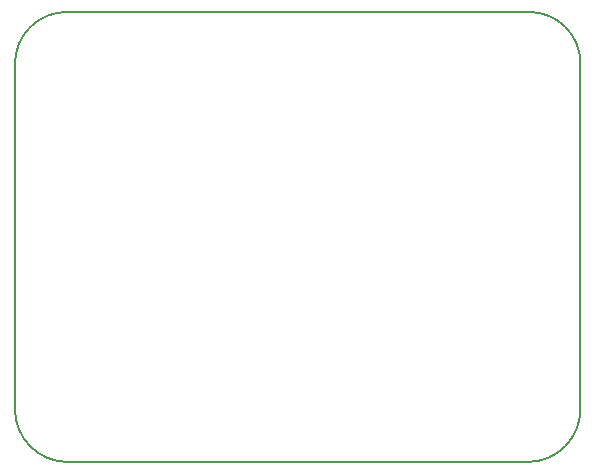
<source format=gko>
G04*
G04 #@! TF.GenerationSoftware,Altium Limited,Altium Designer,21.3.2 (30)*
G04*
G04 Layer_Color=16711935*
%FSTAX25Y25*%
%MOIN*%
G70*
G04*
G04 #@! TF.SameCoordinates,A5ECCF02-3B51-4883-8FBB-CF9BCB37C224*
G04*
G04*
G04 #@! TF.FilePolarity,Positive*
G04*
G01*
G75*
%ADD16C,0.00500*%
D16*
X02273Y042D02*
G03*
X021Y04027I0J-00173D01*
G01*
Y028758D02*
G03*
X022758Y027I001758J0D01*
G01*
X0380934D02*
G03*
X03985Y0287566I0J0017566D01*
G01*
Y0402929D02*
G03*
X0381429Y042I-0017071J0D01*
G01*
X02273D02*
X0381429D01*
X021Y028758D02*
Y04027D01*
X022758Y027D02*
X0380934D01*
X03985Y0287566D02*
Y0402929D01*
M02*

</source>
